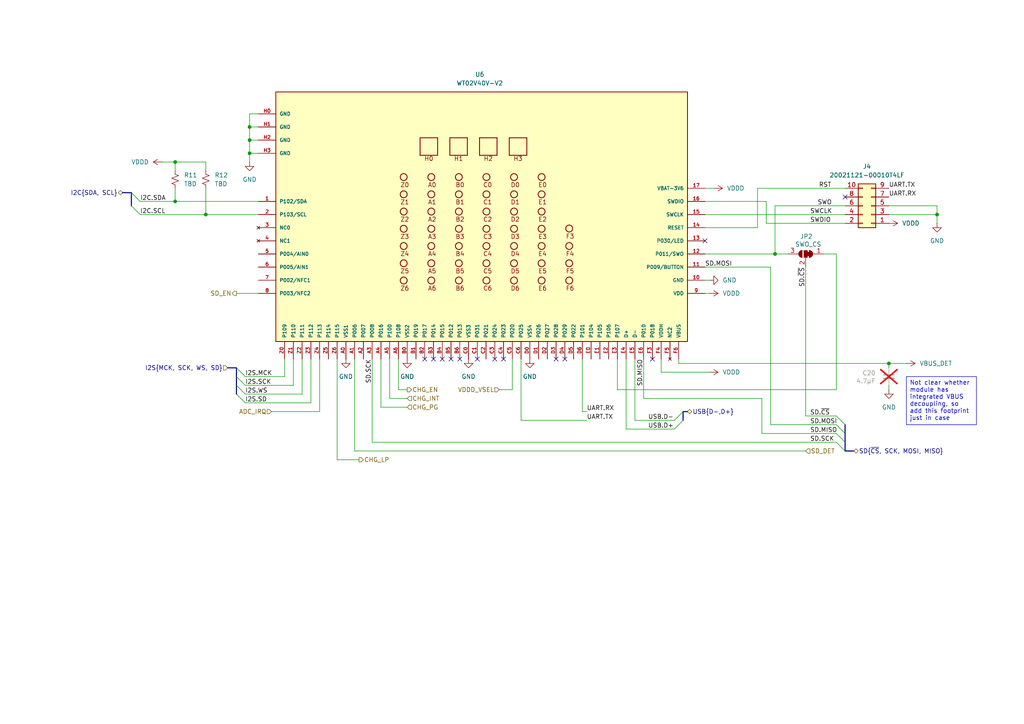
<source format=kicad_sch>
(kicad_sch (version 20231120) (generator "eeschema") (generator_version "8.0")
  (paper "A4")
  (lib_symbols
    (symbol "Connector_Generic:Conn_02x05_Odd_Even" (pin_names (offset 1.016) hide)
      (property "Reference" "J" (at 1.27 7.62 0))
      (property "Value" "Conn_02x05_Odd_Even" (at 1.27 -7.62 0))
      (symbol "Conn_02x05_Odd_Even_1_1"
        (rectangle (start -1.27 -4.953) (end 0 -5.207) (stroke (width 0.1524)))
        (rectangle (start -1.27 -2.413) (end 0 -2.667) (stroke (width 0.1524)))
        (rectangle (start -1.27 0.127) (end 0 -0.127) (stroke (width 0.1524)))
        (rectangle (start -1.27 2.667) (end 0 2.413) (stroke (width 0.1524)))
        (rectangle (start -1.27 5.207) (end 0 4.953) (stroke (width 0.1524)))
        (rectangle (start -1.27 6.35) (end 3.81 -6.35) (stroke (width 0.254)) (fill (type background)))
        (rectangle (start 3.81 -4.953) (end 2.54 -5.207) (stroke (width 0.1524)))
        (rectangle (start 3.81 -2.413) (end 2.54 -2.667) (stroke (width 0.1524)))
        (rectangle (start 3.81 0.127) (end 2.54 -0.127) (stroke (width 0.1524)))
        (rectangle (start 3.81 2.667) (end 2.54 2.413) (stroke (width 0.1524)))
        (rectangle (start 3.81 5.207) (end 2.54 4.953) (stroke (width 0.1524)))
        (pin passive line (at -5.08 5.08 0) (length 3.81) (name "Pin_1") (number "1"))
        (pin passive line (at 7.62 -5.08 180) (length 3.81) (name "Pin_10") (number "10"))
        (pin passive line (at 7.62 5.08 180) (length 3.81) (name "Pin_2") (number "2"))
        (pin passive line (at -5.08 2.54 0) (length 3.81) (name "Pin_3") (number "3"))
        (pin passive line (at 7.62 2.54 180) (length 3.81) (name "Pin_4") (number "4"))
        (pin passive line (at -5.08 0 0) (length 3.81) (name "Pin_5") (number "5"))
        (pin passive line (at 7.62 0 180) (length 3.81) (name "Pin_6") (number "6"))
        (pin passive line (at -5.08 -2.54 0) (length 3.81) (name "Pin_7") (number "7"))
        (pin passive line (at 7.62 -2.54 180) (length 3.81) (name "Pin_8") (number "8"))
        (pin passive line (at -5.08 -5.08 0) (length 3.81) (name "Pin_9") (number "9"))
      )
    )
    (symbol "Device:C_Small" (pin_numbers hide) (pin_names (offset 0.254) hide)
      (property "Reference" "C" (at 0.254 1.778 0))
      (property "Value" "C_Small" (at 0.254 -2.032 0))
      (symbol "C_Small_0_1"
        (polyline (pts (xy -1.524 -0.508) (xy 1.524 -0.508)) (stroke (width 0.3302)))
        (polyline (pts (xy -1.524 0.508) (xy 1.524 0.508)) (stroke (width 0.3048)))
      )
      (symbol "C_Small_1_1"
        (pin passive line (at 0 2.54 270) (length 2.032) (name "~") (number "1"))
        (pin passive line (at 0 -2.54 90) (length 2.032) (name "~") (number "2"))
      )
    )
    (symbol "Device:R_Small_US" (pin_numbers hide) (pin_names (offset 0.254) hide)
      (property "Reference" "R" (at 0.762 0.508 0))
      (property "Value" "R_Small_US" (at 0.762 -1.016 0))
      (symbol "R_Small_US_1_1"
        (polyline (pts (xy 0 0) (xy 1.016 -0.381) (xy 0 -0.762) (xy -1.016 -1.143) (xy 0 -1.524)))
        (polyline (pts (xy 0 1.524) (xy 1.016 1.143) (xy 0 0.762) (xy -1.016 0.381) (xy 0 0)))
        (pin passive line (at 0 2.54 270) (length 1.016) (name "~") (number "1"))
        (pin passive line (at 0 -2.54 90) (length 1.016) (name "~") (number "2"))
      )
    )
    (symbol "Jumper:SolderJumper_3_Bridged12" (pin_names (offset 0) hide) (exclude_from_sim yes) (in_bom no)
      (property "Reference" "JP" (at -2.54 -2.54 0))
      (property "Value" "SolderJumper_3_Bridged12" (at 0 2.794 0))
      (symbol "SolderJumper_3_Bridged12_0_1"
        (rectangle (start -1.016 0.508) (end -0.508 -0.508) (fill (type outline)))
        (arc (start -1.016 1.016) (mid -2.0276 0) (end -1.016 -1.016))
        (arc (start -1.016 1.016) (mid -2.0276 0) (end -1.016 -1.016) (fill (type outline)))
        (rectangle (start -0.508 1.016) (end 0.508 -1.016) (fill (type outline)))
        (polyline (pts (xy -2.54 0) (xy -2.032 0)))
        (polyline (pts (xy -1.016 1.016) (xy -1.016 -1.016)))
        (polyline (pts (xy 0 -1.27) (xy 0 -1.016)))
        (polyline (pts (xy 1.016 1.016) (xy 1.016 -1.016)))
        (polyline (pts (xy 2.54 0) (xy 2.032 0)))
        (arc (start 1.016 -1.016) (mid 2.0276 0) (end 1.016 1.016))
        (arc (start 1.016 -1.016) (mid 2.0276 0) (end 1.016 1.016) (fill (type outline)))
      )
      (symbol "SolderJumper_3_Bridged12_1_1"
        (pin passive line (at -5.08 0 0) (length 2.54) (name "A") (number "1"))
        (pin passive line (at 0 -3.81 90) (length 2.54) (name "C") (number "2"))
        (pin passive line (at 5.08 0 180) (length 2.54) (name "B") (number "3"))
      )
    )
    (symbol "power:GND" (power) (pin_numbers hide) (pin_names (offset 0) hide)
      (property "Value" "GND" (at 0 -3.81 0))
      (symbol "GND_0_1"
        (polyline (pts (xy 0 0) (xy 0 -1.27) (xy 1.27 -1.27) (xy 0 -2.54) (xy -1.27 -1.27) (xy 0 -1.27)))
      )
      (symbol "GND_1_1"
        (pin power_in line (at 0 0 270) (length 0) (name "~") (number "1"))
      )
    )
    (symbol "power:VCC" (power) (pin_numbers hide) (pin_names (offset 0) hide)
      (property "Value" "VCC" (at 0 3.556 0))
      (symbol "VCC_0_1"
        (polyline (pts (xy -0.762 1.27) (xy 0 2.54)))
        (polyline (pts (xy 0 0) (xy 0 2.54)))
        (polyline (pts (xy 0 2.54) (xy 0.762 1.27)))
      )
      (symbol "VCC_1_1"
        (pin power_in line (at 0 0 90) (length 0) (name "~") (number "1"))
      )
    )
    (symbol "zeus-le:WT02V40V" (pin_names (offset 1.016))
      (property "Reference" "U" (at 37.846 11.176 0))
      (property "Value" "WT02V40V" (at 39.37 13.97 0))
      (symbol "WT02V40V_0_0"
        (polyline (pts (xy 24.06 3.22) (xy 24.06 8.3)) (stroke (width 0.254)))
        (polyline (pts (xy 24.06 8.3) (xy 29.14 8.3)) (stroke (width 0.254)))
        (polyline (pts (xy 29.14 3.22) (xy 24.06 3.22)) (stroke (width 0.254)))
        (polyline (pts (xy 29.14 8.3) (xy 29.14 3.22)) (stroke (width 0.254)))
        (polyline (pts (xy 32.68 3.22) (xy 32.68 8.3)) (stroke (width 0.254)))
        (polyline (pts (xy 32.68 8.3) (xy 37.76 8.3)) (stroke (width 0.254)))
        (polyline (pts (xy 37.76 3.22) (xy 32.68 3.22)) (stroke (width 0.254)))
        (polyline (pts (xy 37.76 8.3) (xy 37.76 3.22)) (stroke (width 0.254)))
        (polyline (pts (xy 41.3 3.22) (xy 41.3 8.3)) (stroke (width 0.254)))
        (polyline (pts (xy 41.3 8.3) (xy 46.38 8.3)) (stroke (width 0.254)))
        (polyline (pts (xy 46.38 3.22) (xy 41.3 3.22)) (stroke (width 0.254)))
        (polyline (pts (xy 46.38 8.3) (xy 46.38 3.22)) (stroke (width 0.254)))
        (polyline (pts (xy 49.92 3.22) (xy 49.92 8.3)) (stroke (width 0.254)))
        (polyline (pts (xy 49.92 8.3) (xy 55 8.3)) (stroke (width 0.254)))
        (polyline (pts (xy 55 3.22) (xy 49.92 3.22)) (stroke (width 0.254)))
        (polyline (pts (xy 55 8.3) (xy 55 3.22)) (stroke (width 0.254)))
        (circle (center 19.3 -33.1) (radius 1) (stroke (width 0.254)))
        (circle (center 19.3 -28.1) (radius 1) (stroke (width 0.254)))
        (circle (center 19.3 -23.1) (radius 1) (stroke (width 0.254)))
        (circle (center 19.3 -18.1) (radius 1) (stroke (width 0.254)))
        (circle (center 19.3 -13.1) (radius 1) (stroke (width 0.254)))
        (circle (center 19.3 -8.1) (radius 1) (stroke (width 0.254)))
        (circle (center 19.3 -3.1) (radius 1) (stroke (width 0.254)))
        (circle (center 27.3 -33.1) (radius 1) (stroke (width 0.254)))
        (circle (center 27.3 -28.1) (radius 1) (stroke (width 0.254)))
        (circle (center 27.3 -23.1) (radius 1) (stroke (width 0.254)))
        (circle (center 27.3 -18.1) (radius 1) (stroke (width 0.254)))
        (circle (center 27.3 -13.1) (radius 1) (stroke (width 0.254)))
        (circle (center 27.3 -8.1) (radius 1) (stroke (width 0.254)))
        (circle (center 27.3 -3.1) (radius 1) (stroke (width 0.254)))
        (circle (center 35.3 -33.1) (radius 1) (stroke (width 0.254)))
        (circle (center 35.3 -28.1) (radius 1) (stroke (width 0.254)))
        (circle (center 35.3 -23.1) (radius 1) (stroke (width 0.254)))
        (circle (center 35.3 -18.1) (radius 1) (stroke (width 0.254)))
        (circle (center 35.3 -13.1) (radius 1) (stroke (width 0.254)))
        (circle (center 35.3 -8.1) (radius 1) (stroke (width 0.254)))
        (circle (center 35.3 -3.1) (radius 1) (stroke (width 0.254)))
        (circle (center 43.3 -33.1) (radius 1) (stroke (width 0.254)))
        (circle (center 43.3 -28.1) (radius 1) (stroke (width 0.254)))
        (circle (center 43.3 -23.1) (radius 1) (stroke (width 0.254)))
        (circle (center 43.3 -18.1) (radius 1) (stroke (width 0.254)))
        (circle (center 43.3 -13.1) (radius 1) (stroke (width 0.254)))
        (circle (center 43.3 -8.1) (radius 1) (stroke (width 0.254)))
        (circle (center 43.3 -3.1) (radius 1) (stroke (width 0.254)))
        (circle (center 51.3 -33.1) (radius 1) (stroke (width 0.254)))
        (circle (center 51.3 -28.1) (radius 1) (stroke (width 0.254)))
        (circle (center 51.3 -23.1) (radius 1) (stroke (width 0.254)))
        (circle (center 51.3 -18.1) (radius 1) (stroke (width 0.254)))
        (circle (center 51.3 -13.1) (radius 1) (stroke (width 0.254)))
        (circle (center 51.3 -8.1) (radius 1) (stroke (width 0.254)))
        (circle (center 51.3 -3.1) (radius 1) (stroke (width 0.254)))
        (circle (center 59.3 -33.1) (radius 1) (stroke (width 0.254)))
        (circle (center 59.3 -28.1) (radius 1) (stroke (width 0.254)))
        (circle (center 59.3 -23.1) (radius 1) (stroke (width 0.254)))
        (circle (center 59.3 -18.1) (radius 1) (stroke (width 0.254)))
        (circle (center 59.3 -13.1) (radius 1) (stroke (width 0.254)))
        (circle (center 59.3 -8.1) (radius 1) (stroke (width 0.254)))
        (circle (center 59.3 -3.1) (radius 1) (stroke (width 0.254)))
        (circle (center 67.3 -33.1) (radius 1) (stroke (width 0.254)))
        (circle (center 67.3 -28.1) (radius 1) (stroke (width 0.254)))
        (circle (center 67.3 -23.1) (radius 1) (stroke (width 0.254)))
        (circle (center 67.3 -18.02) (radius 1) (stroke (width 0.254)))
        (text "A0" (at 26.3 -6.1 0) (effects (font (size 1.27 1.27)) (justify left bottom)))
        (text "A1" (at 26.3 -11.1 0) (effects (font (size 1.27 1.27)) (justify left bottom)))
        (text "A2" (at 26.3 -16.1 0) (effects (font (size 1.27 1.27)) (justify left bottom)))
        (text "A3" (at 26.3 -21.1 0) (effects (font (size 1.27 1.27)) (justify left bottom)))
        (text "A4" (at 26.3 -26.1 0) (effects (font (size 1.27 1.27)) (justify left bottom)))
        (text "A5" (at 26.3 -31.1 0) (effects (font (size 1.27 1.27)) (justify left bottom)))
        (text "A6" (at 26.3 -36.1 0) (effects (font (size 1.27 1.27)) (justify left bottom)))
        (text "B0" (at 34.3 -6.1 0) (effects (font (size 1.27 1.27)) (justify left bottom)))
        (text "B1" (at 34.3 -11.1 0) (effects (font (size 1.27 1.27)) (justify left bottom)))
        (text "B2" (at 34.3 -16.1 0) (effects (font (size 1.27 1.27)) (justify left bottom)))
        (text "B3" (at 34.3 -21.1 0) (effects (font (size 1.27 1.27)) (justify left bottom)))
        (text "B4" (at 34.3 -26.1 0) (effects (font (size 1.27 1.27)) (justify left bottom)))
        (text "B5" (at 34.3 -31.1 0) (effects (font (size 1.27 1.27)) (justify left bottom)))
        (text "B6" (at 34.3 -36.1 0) (effects (font (size 1.27 1.27)) (justify left bottom)))
        (text "C0" (at 42.3 -6.1 0) (effects (font (size 1.27 1.27)) (justify left bottom)))
        (text "C1" (at 42.3 -11.1 0) (effects (font (size 1.27 1.27)) (justify left bottom)))
        (text "C2" (at 42.3 -16.1 0) (effects (font (size 1.27 1.27)) (justify left bottom)))
        (text "C3" (at 42.3 -21.1 0) (effects (font (size 1.27 1.27)) (justify left bottom)))
        (text "C4" (at 42.3 -26.1 0) (effects (font (size 1.27 1.27)) (justify left bottom)))
        (text "C5" (at 42.3 -31.1 0) (effects (font (size 1.27 1.27)) (justify left bottom)))
        (text "C6" (at 42.3 -36.1 0) (effects (font (size 1.27 1.27)) (justify left bottom)))
        (text "D0" (at 50.3 -6.1 0) (effects (font (size 1.27 1.27)) (justify left bottom)))
        (text "D1" (at 50.3 -11.1 0) (effects (font (size 1.27 1.27)) (justify left bottom)))
        (text "D2" (at 50.3 -16.1 0) (effects (font (size 1.27 1.27)) (justify left bottom)))
        (text "D3" (at 50.3 -21.1 0) (effects (font (size 1.27 1.27)) (justify left bottom)))
        (text "D4" (at 50.3 -26.1 0) (effects (font (size 1.27 1.27)) (justify left bottom)))
        (text "D5" (at 50.3 -31.1 0) (effects (font (size 1.27 1.27)) (justify left bottom)))
        (text "D6" (at 50.3 -36.1 0) (effects (font (size 1.27 1.27)) (justify left bottom)))
        (text "E0" (at 58.3 -6.1 0) (effects (font (size 1.27 1.27)) (justify left bottom)))
        (text "E1" (at 58.3 -11.1 0) (effects (font (size 1.27 1.27)) (justify left bottom)))
        (text "E2" (at 58.3 -16.1 0) (effects (font (size 1.27 1.27)) (justify left bottom)))
        (text "E3" (at 58.3 -21.1 0) (effects (font (size 1.27 1.27)) (justify left bottom)))
        (text "E5" (at 58.3 -31.1 0) (effects (font (size 1.27 1.27)) (justify left bottom)))
        (text "E6" (at 58.3 -36.1 0) (effects (font (size 1.27 1.27)) (justify left bottom)))
        (text "F3" (at 66.3 -21.02 0) (effects (font (size 1.27 1.27)) (justify left bottom)))
        (text "F4" (at 66.3 -26.1 0) (effects (font (size 1.27 1.27)) (justify left bottom)))
        (text "F5" (at 66.3 -31.1 0) (effects (font (size 1.27 1.27)) (justify left bottom)))
        (text "F6" (at 66.3 -36.1 0) (effects (font (size 1.27 1.27)) (justify left bottom)))
        (text "H0" (at 25.22 1.52 0) (effects (font (size 1.27 1.27)) (justify left bottom)))
        (text "H1" (at 33.84 1.52 0) (effects (font (size 1.27 1.27)) (justify left bottom)))
        (text "H2" (at 42.46 1.52 0) (effects (font (size 1.27 1.27)) (justify left bottom)))
        (text "H3" (at 51.08 1.52 0) (effects (font (size 1.27 1.27)) (justify left bottom)))
        (text "Z0" (at 18.3 -6.1 0) (effects (font (size 1.27 1.27)) (justify left bottom)))
        (text "Z1" (at 18.3 -11.1 0) (effects (font (size 1.27 1.27)) (justify left bottom)))
        (text "Z2" (at 18.3 -16.1 0) (effects (font (size 1.27 1.27)) (justify left bottom)))
        (text "Z3" (at 18.3 -21.1 0) (effects (font (size 1.27 1.27)) (justify left bottom)))
        (text "Z4" (at 18.3 -26.1 0) (effects (font (size 1.27 1.27)) (justify left bottom)))
        (text "Z5" (at 18.3 -31.1 0) (effects (font (size 1.27 1.27)) (justify left bottom)))
        (text "Z6" (at 18.3 -36.1 0) (effects (font (size 1.27 1.27)) (justify left bottom)))
      )
      (symbol "WT02V40V_1_0"
        (rectangle (start -17.78 21.59) (end 101.6 -50.8) (stroke (width 0.254)) (fill (type background)))
        (text "E4" (at 58.3 -26.1 0) (effects (font (size 1.27 1.27)) (justify left bottom)))
        (pin bidirectional line (at -22.86 -10.16 0) (length 5.08) (name "P102/SDA") (number "1"))
        (pin power_in line (at 106.68 -33.02 180) (length 5.08) (name "GND") (number "10"))
        (pin bidirectional line (at 106.68 -29.21 180) (length 5.08) (name "P009/BUTTON") (number "11"))
        (pin bidirectional line (at 106.68 -25.4 180) (length 5.08) (name "P011/SWO") (number "12"))
        (pin bidirectional line (at 106.68 -21.59 180) (length 5.08) (name "P030/LED") (number "13"))
        (pin bidirectional line (at 106.68 -17.78 180) (length 5.08) (name "RESET") (number "14"))
        (pin bidirectional line (at 106.68 -13.97 180) (length 5.08) (name "SWCLK") (number "15"))
        (pin bidirectional line (at 106.68 -10.16 180) (length 5.08) (name "SWDIO") (number "16"))
        (pin power_in line (at 106.68 -6.35 180) (length 5.08) (name "VBAT-3V6") (number "17"))
        (pin bidirectional line (at -22.86 -13.97 0) (length 5.08) (name "P103/SCL") (number "2"))
        (pin no_connect line (at -22.86 -17.78 0) (length 5.08) (name "NC0") (number "3"))
        (pin no_connect line (at -22.86 -21.59 0) (length 5.08) (name "NC1") (number "4"))
        (pin bidirectional line (at -22.86 -25.4 0) (length 5.08) (name "P004/AIN0") (number "5"))
        (pin bidirectional line (at -22.86 -29.21 0) (length 5.08) (name "P005/AIN1") (number "6"))
        (pin bidirectional line (at -22.86 -33.02 0) (length 5.08) (name "P002/NFC1") (number "7"))
        (pin bidirectional line (at -22.86 -36.83 0) (length 5.08) (name "P003/NFC2") (number "8"))
        (pin power_in line (at 106.68 -36.83 180) (length 5.08) (name "VDD") (number "9"))
        (pin power_in line (at 2.54 -55.88 90) (length 5.08) (name "VSS1") (number "A0"))
        (pin bidirectional line (at 5.08 -55.88 90) (length 5.08) (name "P006") (number "A1"))
        (pin bidirectional line (at 7.62 -55.88 90) (length 5.08) (name "P007") (number "A2"))
        (pin bidirectional line (at 10.16 -55.88 90) (length 5.08) (name "P008") (number "A3"))
        (pin bidirectional line (at 12.7 -55.88 90) (length 5.08) (name "P016") (number "A4"))
        (pin bidirectional line (at 15.24 -55.88 90) (length 5.08) (name "P100") (number "A5"))
        (pin bidirectional line (at 17.78 -55.88 90) (length 5.08) (name "P108") (number "A6"))
        (pin power_in line (at 20.32 -55.88 90) (length 5.08) (name "VSS2") (number "B0"))
        (pin bidirectional line (at 22.86 -55.88 90) (length 5.08) (name "P019") (number "B1"))
        (pin bidirectional line (at 25.4 -55.88 90) (length 5.08) (name "P017") (number "B2"))
        (pin bidirectional line (at 27.94 -55.88 90) (length 5.08) (name "P014") (number "B3"))
        (pin bidirectional line (at 30.48 -55.88 90) (length 5.08) (name "P015") (number "B4"))
        (pin bidirectional line (at 33.02 -55.88 90) (length 5.08) (name "P012") (number "B5"))
        (pin bidirectional line (at 35.56 -55.88 90) (length 5.08) (name "P013") (number "B6"))
        (pin power_in line (at 38.1 -55.88 90) (length 5.08) (name "VSS3") (number "C0"))
        (pin bidirectional line (at 40.64 -55.88 90) (length 5.08) (name "P031") (number "C1"))
        (pin bidirectional line (at 43.18 -55.88 90) (length 5.08) (name "P021") (number "C2"))
        (pin bidirectional line (at 45.72 -55.88 90) (length 5.08) (name "P024") (number "C3"))
        (pin bidirectional line (at 48.26 -55.88 90) (length 5.08) (name "P023") (number "C4"))
        (pin bidirectional line (at 50.8 -55.88 90) (length 5.08) (name "P020") (number "C5"))
        (pin bidirectional line (at 53.34 -55.88 90) (length 5.08) (name "P025") (number "C6"))
        (pin power_in line (at 55.88 -55.88 90) (length 5.08) (name "VSS4") (number "D0"))
        (pin bidirectional line (at 58.42 -55.88 90) (length 5.08) (name "P026") (number "D1"))
        (pin bidirectional line (at 60.96 -55.88 90) (length 5.08) (name "P027") (number "D2"))
        (pin bidirectional line (at 63.5 -55.88 90) (length 5.08) (name "P028") (number "D3"))
        (pin bidirectional line (at 66.04 -55.88 90) (length 5.08) (name "P029") (number "D4"))
        (pin bidirectional line (at 68.58 -55.88 90) (length 5.08) (name "P022") (number "D5"))
        (pin bidirectional line (at 71.12 -55.88 90) (length 5.08) (name "P101") (number "D6"))
        (pin bidirectional line (at 73.66 -55.88 90) (length 5.08) (name "P104") (number "E0"))
        (pin bidirectional line (at 76.2 -55.88 90) (length 5.08) (name "P105") (number "E1"))
        (pin bidirectional line (at 78.74 -55.88 90) (length 5.08) (name "P106") (number "E2"))
        (pin bidirectional line (at 81.28 -55.88 90) (length 5.08) (name "P107") (number "E3"))
        (pin bidirectional line (at 83.82 -55.88 90) (length 5.08) (name "D+") (number "E4"))
        (pin bidirectional line (at 86.36 -55.88 90) (length 5.08) (name "D-") (number "E5"))
        (pin bidirectional line (at 88.9 -55.88 90) (length 5.08) (name "P010") (number "E6"))
        (pin bidirectional line (at 91.44 -55.88 90) (length 5.08) (name "P018") (number "F3"))
        (pin power_in line (at 93.98 -55.88 90) (length 5.08) (name "VDDH") (number "F4"))
        (pin no_connect line (at 96.52 -55.88 90) (length 5.08) (name "NC2") (number "F5"))
        (pin power_in line (at 99.06 -55.88 90) (length 5.08) (name "VBUS") (number "F6"))
        (pin power_in line (at -22.86 15.24 0) (length 5.08) (name "GND") (number "H0"))
        (pin power_in line (at -22.86 11.43 0) (length 5.08) (name "GND") (number "H1"))
        (pin power_in line (at -22.86 7.62 0) (length 5.08) (name "GND") (number "H2"))
        (pin power_in line (at -22.86 3.81 0) (length 5.08) (name "GND") (number "H3"))
        (pin bidirectional line (at -15.24 -55.88 90) (length 5.08) (name "P109") (number "Z0"))
        (pin bidirectional line (at -12.7 -55.88 90) (length 5.08) (name "P110") (number "Z1"))
        (pin bidirectional line (at -10.16 -55.88 90) (length 5.08) (name "P111") (number "Z2"))
        (pin bidirectional line (at -7.62 -55.88 90) (length 5.08) (name "P112") (number "Z3"))
        (pin bidirectional line (at -5.08 -55.88 90) (length 5.08) (name "P113") (number "Z4"))
        (pin bidirectional line (at -2.54 -55.88 90) (length 5.08) (name "P114") (number "Z5"))
        (pin bidirectional line (at 0 -55.88 90) (length 5.08) (name "P115") (number "Z6"))
      )
    )
  )
  (junction (at 257.81 105.41))
  (junction (at 50.8 58.42))
  (junction (at 50.8 46.99))
  (junction (at 72.39 36.83))
  (junction (at 59.69 62.23))
  (junction (at 72.39 44.45))
  (junction (at 72.39 40.64))
  (junction (at 271.78 62.23))
  (junction (at 224.79 73.66))
  (no_connect (at 204.47 69.85))
  (no_connect (at 163.83 104.14))
  (no_connect (at 138.43 104.14))
  (no_connect (at 130.81 104.14))
  (no_connect (at 161.29 104.14))
  (no_connect (at 128.27 104.14))
  (no_connect (at 146.05 104.14))
  (no_connect (at 245.11 57.15))
  (no_connect (at 125.73 104.14))
  (no_connect (at 123.19 104.14))
  (no_connect (at 143.51 104.14))
  (no_connect (at 189.23 104.14))
  (no_connect (at 133.35 104.14))
  (bus_entry (at 68.58 111.76) (size 2.54 2.54))
  (bus_entry (at 38.1 55.88) (size 2.54 2.54))
  (bus_entry (at 68.58 109.22) (size 2.54 2.54))
  (bus_entry (at 242.57 125.73) (size 2.54 2.54))
  (bus_entry (at 38.1 59.69) (size 2.54 2.54))
  (bus_entry (at 242.57 120.65) (size 2.54 2.54))
  (bus_entry (at 68.58 114.3) (size 2.54 2.54))
  (bus_entry (at 195.58 124.46) (size 2.54 -2.54))
  (bus_entry (at 242.57 128.27) (size 2.54 2.54))
  (bus_entry (at 68.58 106.68) (size 2.54 2.54))
  (bus_entry (at 195.58 121.92) (size 2.54 -2.54))
  (bus_entry (at 242.57 123.19) (size 2.54 2.54))
  (wire (pts (xy 72.39 33.02) (xy 74.93 33.02)))
  (wire (pts (xy 168.91 119.38) (xy 170.18 119.38)))
  (wire (pts (xy 168.91 104.14) (xy 168.91 119.38)))
  (wire (pts (xy 220.98 125.73) (xy 242.57 125.73)))
  (wire (pts (xy 233.68 77.47) (xy 233.68 120.65)))
  (bus (pts (xy 35.56 55.88) (xy 38.1 55.88)))
  (wire (pts (xy 204.47 77.47) (xy 223.52 77.47)))
  (wire (pts (xy 184.15 121.92) (xy 184.15 104.14)))
  (wire (pts (xy 181.61 124.46) (xy 195.58 124.46)))
  (wire (pts (xy 72.39 36.83) (xy 74.93 36.83)))
  (wire (pts (xy 184.15 121.92) (xy 195.58 121.92)))
  (wire (pts (xy 257.81 105.41) (xy 262.89 105.41)))
  (wire (pts (xy 90.17 116.84) (xy 90.17 104.14)))
  (wire (pts (xy 72.39 44.45) (xy 74.93 44.45)))
  (wire (pts (xy 204.47 66.04) (xy 219.71 66.04)))
  (wire (pts (xy 46.99 46.99) (xy 50.8 46.99)))
  (wire (pts (xy 59.69 46.99) (xy 50.8 46.99)))
  (bus (pts (xy 66.04 106.68) (xy 68.58 106.68)))
  (bus (pts (xy 245.11 125.73) (xy 245.11 128.27)))
  (wire (pts (xy 257.81 111.76) (xy 257.81 113.03)))
  (wire (pts (xy 71.12 116.84) (xy 90.17 116.84)))
  (wire (pts (xy 144.78 113.03) (xy 148.59 113.03)))
  (wire (pts (xy 181.61 124.46) (xy 181.61 104.14)))
  (wire (pts (xy 85.09 111.76) (xy 85.09 104.14)))
  (wire (pts (xy 242.57 113.03) (xy 242.57 73.66)))
  (wire (pts (xy 104.14 133.35) (xy 97.79 133.35)))
  (wire (pts (xy 72.39 36.83) (xy 72.39 33.02)))
  (wire (pts (xy 242.57 73.66) (xy 238.76 73.66)))
  (wire (pts (xy 204.47 81.28) (xy 205.74 81.28)))
  (wire (pts (xy 220.98 115.57) (xy 186.69 115.57)))
  (bus (pts (xy 198.12 119.38) (xy 199.39 119.38)))
  (wire (pts (xy 179.07 113.03) (xy 242.57 113.03)))
  (wire (pts (xy 71.12 109.22) (xy 82.55 109.22)))
  (wire (pts (xy 257.81 105.41) (xy 257.81 106.68)))
  (wire (pts (xy 223.52 77.47) (xy 223.52 123.19)))
  (wire (pts (xy 59.69 54.61) (xy 59.69 62.23)))
  (wire (pts (xy 148.59 113.03) (xy 148.59 104.14)))
  (bus (pts (xy 247.65 130.81) (xy 245.11 130.81)))
  (wire (pts (xy 196.85 105.41) (xy 257.81 105.41)))
  (wire (pts (xy 59.69 62.23) (xy 74.93 62.23)))
  (wire (pts (xy 220.98 125.73) (xy 220.98 115.57)))
  (bus (pts (xy 68.58 114.3) (xy 68.58 111.76)))
  (wire (pts (xy 50.8 54.61) (xy 50.8 58.42)))
  (wire (pts (xy 204.47 54.61) (xy 207.01 54.61)))
  (wire (pts (xy 271.78 62.23) (xy 271.78 64.77)))
  (wire (pts (xy 222.25 58.42) (xy 222.25 64.77)))
  (wire (pts (xy 219.71 54.61) (xy 245.11 54.61)))
  (wire (pts (xy 110.49 118.11) (xy 110.49 104.14)))
  (wire (pts (xy 224.79 59.69) (xy 245.11 59.69)))
  (wire (pts (xy 68.58 85.09) (xy 74.93 85.09)))
  (wire (pts (xy 92.71 119.38) (xy 92.71 104.14)))
  (wire (pts (xy 196.85 104.14) (xy 196.85 105.41)))
  (wire (pts (xy 233.68 120.65) (xy 242.57 120.65)))
  (wire (pts (xy 118.11 115.57) (xy 113.03 115.57)))
  (wire (pts (xy 223.52 123.19) (xy 242.57 123.19)))
  (wire (pts (xy 87.63 114.3) (xy 87.63 104.14)))
  (wire (pts (xy 115.57 113.03) (xy 115.57 104.14)))
  (bus (pts (xy 245.11 128.27) (xy 245.11 130.81)))
  (wire (pts (xy 204.47 62.23) (xy 245.11 62.23)))
  (wire (pts (xy 102.87 130.81) (xy 233.68 130.81)))
  (wire (pts (xy 191.77 107.95) (xy 191.77 104.14)))
  (wire (pts (xy 179.07 104.14) (xy 179.07 113.03)))
  (wire (pts (xy 271.78 59.69) (xy 271.78 62.23)))
  (wire (pts (xy 151.13 121.92) (xy 170.18 121.92)))
  (wire (pts (xy 59.69 49.53) (xy 59.69 46.99)))
  (wire (pts (xy 186.69 104.14) (xy 186.69 115.57)))
  (wire (pts (xy 71.12 114.3) (xy 87.63 114.3)))
  (wire (pts (xy 72.39 36.83) (xy 72.39 40.64)))
  (wire (pts (xy 118.11 113.03) (xy 115.57 113.03)))
  (wire (pts (xy 50.8 58.42) (xy 74.93 58.42)))
  (wire (pts (xy 72.39 44.45) (xy 72.39 46.99)))
  (wire (pts (xy 151.13 104.14) (xy 151.13 121.92)))
  (wire (pts (xy 82.55 109.22) (xy 82.55 104.14)))
  (wire (pts (xy 107.95 104.14) (xy 107.95 128.27)))
  (wire (pts (xy 97.79 133.35) (xy 97.79 104.14)))
  (bus (pts (xy 245.11 123.19) (xy 245.11 125.73)))
  (wire (pts (xy 257.81 62.23) (xy 271.78 62.23)))
  (wire (pts (xy 50.8 46.99) (xy 50.8 49.53)))
  (wire (pts (xy 40.64 58.42) (xy 50.8 58.42)))
  (bus (pts (xy 198.12 119.38) (xy 198.12 121.92)))
  (bus (pts (xy 38.1 59.69) (xy 38.1 55.88)))
  (wire (pts (xy 222.25 64.77) (xy 245.11 64.77)))
  (wire (pts (xy 72.39 40.64) (xy 72.39 44.45)))
  (wire (pts (xy 71.12 111.76) (xy 85.09 111.76)))
  (wire (pts (xy 72.39 40.64) (xy 74.93 40.64)))
  (wire (pts (xy 228.6 73.66) (xy 224.79 73.66)))
  (wire (pts (xy 78.74 119.38) (xy 92.71 119.38)))
  (bus (pts (xy 68.58 109.22) (xy 68.58 106.68)))
  (wire (pts (xy 113.03 115.57) (xy 113.03 104.14)))
  (wire (pts (xy 40.64 62.23) (xy 59.69 62.23)))
  (wire (pts (xy 224.79 73.66) (xy 224.79 59.69)))
  (wire (pts (xy 204.47 85.09) (xy 205.74 85.09)))
  (wire (pts (xy 205.74 107.95) (xy 191.77 107.95)))
  (bus (pts (xy 68.58 111.76) (xy 68.58 109.22)))
  (wire (pts (xy 219.71 66.04) (xy 219.71 54.61)))
  (wire (pts (xy 107.95 128.27) (xy 242.57 128.27)))
  (wire (pts (xy 102.87 104.14) (xy 102.87 130.81)))
  (wire (pts (xy 257.81 59.69) (xy 271.78 59.69)))
  (wire (pts (xy 204.47 73.66) (xy 224.79 73.66)))
  (wire (pts (xy 118.11 118.11) (xy 110.49 118.11)))
  (wire (pts (xy 204.47 58.42) (xy 222.25 58.42)))
  (text_box "Not clear whether module has integrated VBUS decoupling, so add this footprint just in case" (at 262.89 109.22 0) (size 20.32 13.97) (effects (font (size 1.27 1.27)) (justify left top)))
  (label "SWO" (at 241.3 59.69 180))
  (label "I2C.SDA" (at 40.64 58.42 0))
  (label "UART.RX" (at 170.18 119.38 0))
  (label "I2S.SD" (at 71.12 116.84 0))
  (label "UART.TX" (at 170.18 121.92 0))
  (label "SD.SCK" (at 107.95 104.14 270))
  (label "SWDIO" (at 234.95 64.77 0))
  (label "I2S.WS" (at 71.12 114.3 0))
  (label "SD.MISO" (at 234.95 125.73 0))
  (label "SD.~{CS}" (at 234.95 120.65 0))
  (label "RST" (at 237.49 54.61 0))
  (label "I2C.SCL" (at 40.64 62.23 0))
  (label "UART.RX" (at 257.81 57.15 0))
  (label "I2S.SCK" (at 71.12 111.76 0))
  (label "SD.MOSI" (at 234.95 123.19 0))
  (label "USB.D+" (at 187.96 124.46 0))
  (label "SD.MOSI" (at 204.47 77.47 0))
  (label "SD.MISO" (at 186.69 104.14 270))
  (label "SD.SCK" (at 234.95 128.27 0))
  (label "USB.D-" (at 187.96 121.92 0))
  (label "I2S.MCK" (at 71.12 109.22 0))
  (label "UART.TX" (at 257.81 54.61 0))
  (label "SWCLK" (at 234.95 62.23 0))
  (label "SD.~{CS}" (at 233.68 77.47 270))
  (hierarchical_label "I2S{MCK, SCK, WS, SD}" (shape input) (at 66.04 106.68 180))
  (hierarchical_label "CHG_LP" (shape output) (at 104.14 133.35 0))
  (hierarchical_label "SD{~{CS}, SCK, MOSI, MISO}" (shape bidirectional) (at 247.65 130.81 0))
  (hierarchical_label "I2C{SDA, SCL}" (shape bidirectional) (at 35.56 55.88 180))
  (hierarchical_label "CHG_INT" (shape input) (at 118.11 115.57 0))
  (hierarchical_label "SD_EN" (shape output) (at 68.58 85.09 180))
  (hierarchical_label "VDDD_VSEL" (shape input) (at 144.78 113.03 180))
  (hierarchical_label "CHG_PG" (shape input) (at 118.11 118.11 0))
  (hierarchical_label "CHG_EN" (shape output) (at 118.11 113.03 0))
  (hierarchical_label "SD_DET" (shape input) (at 233.68 130.81 0))
  (hierarchical_label "USB{D-,D+}" (shape bidirectional) (at 199.39 119.38 0))
  (hierarchical_label "ADC_IRQ" (shape input) (at 78.74 119.38 180))
  (symbol (lib_id "Device:C_Small") (at 257.81 109.22 0) (mirror y) (unit 1) (dnp yes)
    (property "Reference" "C20" (at 254 108.204 0) (effects (justify left)))
    (property "Value" "4.7µF" (at 254 110.4899 0) (effects (justify left)))
    (property "Footprint" "Capacitor_SMD:C_0603_1608Metric" (effects (hide yes)))
    (property "Description" "Capacitor, decoupling" (effects (hide yes)))
  )
  (symbol (lib_id "power:VCC") (at 257.81 64.77 270) (unit 1)
    (property "Reference" "#PWR068" (effects (hide yes)))
    (property "Value" "VDDD" (at 261.62 64.7699 90) (effects (justify left)))
    (property "Description" "Digital supply, 3.4V" (effects (hide yes)))
  )
  (symbol (lib_id "power:VCC") (at 205.74 107.95 270) (unit 1)
    (property "Reference" "#PWR066" (effects (hide yes)))
    (property "Value" "VDDD" (at 209.55 107.9499 90) (effects (justify left)))
    (property "Description" "Power symbol creates a global label with name \"VCC\"" (effects (hide yes)))
  )
  (symbol (lib_id "power:GND") (at 257.81 113.03 0) (unit 1)
    (property "Reference" "#PWR065" (effects (hide yes)))
    (property "Value" "GND" (at 257.81 118.11 0))
    (property "Description" "Power symbol creates a global label with name \"GND\" , ground" (effects (hide yes)))
  )
  (symbol (lib_id "power:GND") (at 153.67 104.14 0) (unit 1)
    (property "Reference" "#PWR062" (effects (hide yes)))
    (property "Value" "GND" (at 153.67 109.22 0))
    (property "Description" "Power symbol creates a global label with name \"GND\" , ground" (effects (hide yes)))
  )
  (symbol (lib_id "power:VCC") (at 262.89 105.41 270) (unit 1)
    (property "Reference" "#PWR013" (effects (hide yes)))
    (property "Value" "VBUS_DET" (at 266.7 105.4099 90) (effects (justify left)))
    (property "Description" "5V USB Power, max 30mA" (effects (hide yes)))
  )
  (symbol (lib_id "power:VCC") (at 205.74 85.09 270) (unit 1)
    (property "Reference" "#PWR064" (effects (hide yes)))
    (property "Value" "VDDD" (at 209.55 85.0899 90) (effects (justify left)))
    (property "Description" "Power symbol creates a global label with name \"VCC\"" (effects (hide yes)))
  )
  (symbol (lib_id "Jumper:SolderJumper_3_Bridged12") (at 233.68 73.66 0) (mirror y) (unit 1) (exclude_from_sim yes) (in_bom no)
    (property "Reference" "JP2" (at 235.712 68.58 0) (effects (justify left)))
    (property "Value" "SWO_CS" (at 238.252 70.866 0) (effects (justify left)))
    (property "Footprint" "Jumper:SolderJumper-3_P2.0mm_Open_TrianglePad1.0x1.5mm" (effects (hide yes)))
    (property "Description" "3-pole Solder Jumper, pins 1+2 closed/bridged" (effects (hide yes)))
  )
  (symbol (lib_id "power:GND") (at 118.11 104.14 0) (unit 1)
    (property "Reference" "#PWR060" (effects (hide yes)))
    (property "Value" "GND" (at 118.11 109.22 0))
    (property "Description" "Power symbol creates a global label with name \"GND\" , ground" (effects (hide yes)))
  )
  (symbol (lib_id "power:VCC") (at 207.01 54.61 270) (unit 1)
    (property "Reference" "#PWR067" (effects (hide yes)))
    (property "Value" "VDDD" (at 210.82 54.6099 90) (effects (justify left)))
    (property "Description" "Digital supply, 3.4V" (effects (hide yes)))
  )
  (symbol (lib_id "power:GND") (at 271.78 64.77 0) (unit 1)
    (property "Reference" "#PWR069" (effects (hide yes)))
    (property "Value" "GND" (at 271.78 69.85 0))
    (property "Description" "Power symbol creates a global label with name \"GND\" , ground" (effects (hide yes)))
  )
  (symbol (lib_id "Device:R_Small_US") (at 59.69 52.07 0) (unit 1)
    (property "Reference" "R12" (at 62.23 50.7999 0) (effects (justify left)))
    (property "Value" "TBD" (at 62.23 53.3399 0) (effects (justify left)))
    (property "Footprint" "Resistor_SMD:R_0402_1005Metric" (effects (hide yes)))
    (property "Description" "Resistor, small US symbol" (effects (hide yes)))
  )
  (symbol (lib_id "power:GND") (at 205.74 81.28 90) (unit 1)
    (property "Reference" "#PWR063" (effects (hide yes)))
    (property "Value" "GND" (at 209.55 81.2799 90) (effects (justify right)))
    (property "Description" "Power symbol creates a global label with name \"GND\" , ground" (effects (hide yes)))
  )
  (symbol (lib_id "Device:R_Small_US") (at 50.8 52.07 0) (unit 1)
    (property "Reference" "R11" (at 53.34 50.7999 0) (effects (justify left)))
    (property "Value" "TBD" (at 53.34 53.3399 0) (effects (justify left)))
    (property "Footprint" "Resistor_SMD:R_0402_1005Metric" (effects (hide yes)))
    (property "Description" "Resistor, small US symbol" (effects (hide yes)))
  )
  (symbol (lib_id "power:GND") (at 100.33 104.14 0) (unit 1)
    (property "Reference" "#PWR059" (effects (hide yes)))
    (property "Value" "GND" (at 100.33 109.22 0))
    (property "Description" "Power symbol creates a global label with name \"GND\" , ground" (effects (hide yes)))
  )
  (symbol (lib_id "Connector_Generic:Conn_02x05_Odd_Even") (at 252.73 59.69 180) (unit 1)
    (property "Reference" "J4" (at 251.46 48.26 0))
    (property "Value" "20021121-00010T4LF" (at 251.46 50.8 0))
    (property "Footprint" "Connector_PinHeader_1.27mm:PinHeader_2x05_P1.27mm_Vertical_SMD" (effects (hide yes)))
    (property "Description" "Generic connector, double row, 02x05, odd/even pin numbering scheme (row 1 odd numbers, row 2 even numbers), script generated (kicad-library-utils/schlib/autogen/connector/)" (effects (hide yes)))
  )
  (symbol (lib_id "power:GND") (at 135.89 104.14 0) (unit 1)
    (property "Reference" "#PWR061" (effects (hide yes)))
    (property "Value" "GND" (at 135.89 109.22 0))
    (property "Description" "Power symbol creates a global label with name \"GND\" , ground" (effects (hide yes)))
  )
  (symbol (lib_id "power:VCC") (at 46.99 46.99 90) (mirror x) (unit 1)
    (property "Reference" "#PWR057" (effects (hide yes)))
    (property "Value" "VDDD" (at 43.18 46.9899 90) (effects (justify left)))
    (property "Description" "Digital supply, 3.4V" (effects (hide yes)))
  )
  (symbol (lib_id "power:GND") (at 72.39 46.99 0) (unit 1)
    (property "Reference" "#PWR058" (effects (hide yes)))
    (property "Value" "GND" (at 72.39 52.07 0))
    (property "Description" "Power symbol creates a global label with name \"GND\" , ground" (effects (hide yes)))
  )
  (symbol (lib_id "zeus-le:WT02V40V") (at 97.79 48.26 0) (unit 1)
    (property "Reference" "U6" (at 139.1535 21.59 0))
    (property "Value" "WT02V40V-V2" (at 139.1535 24.13 0))
    (property "Footprint" "zeus-le:WT02V40V" (effects (hide yes)))
    (property "Datasheet" "https://fanstel.squarespace.com/s/WT02C40C-Product-Specifications.pdf" (effects (hide yes)))
    (property "Description" "BLE 5.3, 802.15.4, WiFi 6 Combo Module" (effects (hide yes)))
  )
)
</source>
